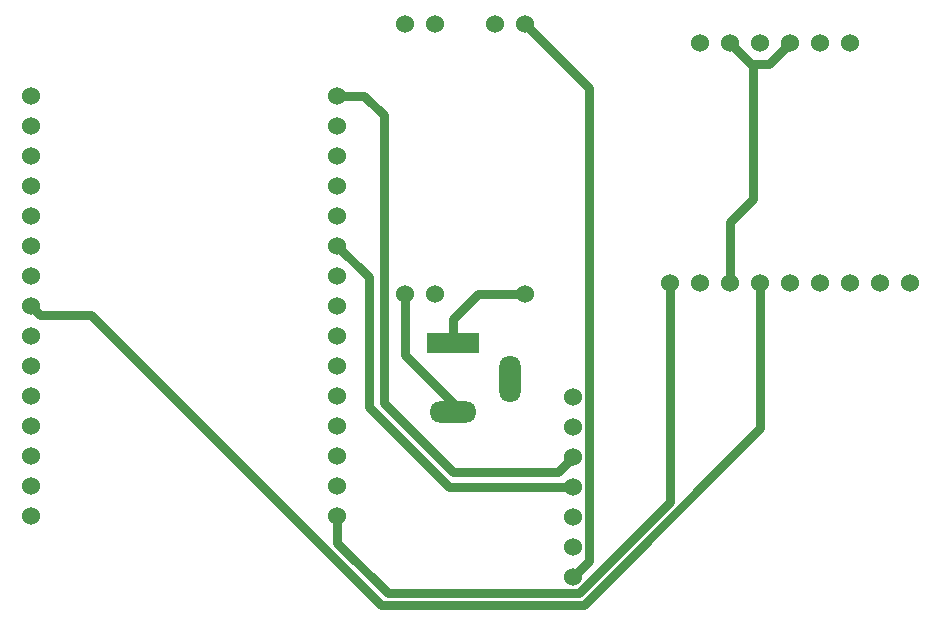
<source format=gbr>
G04 #@! TF.GenerationSoftware,KiCad,Pcbnew,5.1.5-52549c5~86~ubuntu19.04.1*
G04 #@! TF.CreationDate,2020-05-13T19:24:15+10:00*
G04 #@! TF.ProjectId,saab_bluetooth_aux_kit,73616162-5f62-46c7-9565-746f6f74685f,rev?*
G04 #@! TF.SameCoordinates,Original*
G04 #@! TF.FileFunction,Copper,L2,Bot*
G04 #@! TF.FilePolarity,Positive*
%FSLAX46Y46*%
G04 Gerber Fmt 4.6, Leading zero omitted, Abs format (unit mm)*
G04 Created by KiCad (PCBNEW 5.1.5-52549c5~86~ubuntu19.04.1) date 2020-05-13 19:24:15*
%MOMM*%
%LPD*%
G04 APERTURE LIST*
%ADD10R,4.400000X1.800000*%
%ADD11O,4.000000X1.800000*%
%ADD12O,1.800000X4.000000*%
%ADD13C,1.524000*%
%ADD14C,0.750000*%
G04 APERTURE END LIST*
D10*
X133350000Y-104140000D03*
D11*
X133350000Y-109940000D03*
D12*
X138150000Y-107140000D03*
D13*
X143510000Y-123952000D03*
X143510000Y-121412000D03*
X143510000Y-118872000D03*
X143510000Y-116332000D03*
X143510000Y-113792000D03*
X143510000Y-111252000D03*
X143510000Y-108712000D03*
X172085000Y-99060000D03*
X169545000Y-99060000D03*
X167005000Y-99060000D03*
X164465000Y-99060000D03*
X161925000Y-99060000D03*
X159385000Y-99060000D03*
X156845000Y-99060000D03*
X151765000Y-99060000D03*
X154305000Y-99060000D03*
X167005000Y-78740000D03*
X164465000Y-78740000D03*
X161925000Y-78740000D03*
X159385000Y-78740000D03*
X156845000Y-78740000D03*
X154305000Y-78740000D03*
X97663000Y-95885000D03*
X123571000Y-118745000D03*
X123571000Y-116205000D03*
X123571000Y-113665000D03*
X123571000Y-111125000D03*
X123571000Y-108585000D03*
X123571000Y-106045000D03*
X123571000Y-103505000D03*
X123571000Y-100965000D03*
X123571000Y-98425000D03*
X123571000Y-95885000D03*
X123571000Y-93345000D03*
X123571000Y-90805000D03*
X123571000Y-88265000D03*
X123571000Y-85725000D03*
X123571000Y-83185000D03*
X97663000Y-118745000D03*
X97663000Y-116205000D03*
X97663000Y-113665000D03*
X97663000Y-111125000D03*
X97663000Y-108585000D03*
X97663000Y-106045000D03*
X97663000Y-103505000D03*
X97663000Y-100965000D03*
X97663000Y-98425000D03*
X97663000Y-93345000D03*
X97663000Y-90805000D03*
X97663000Y-88265000D03*
X97663000Y-85725000D03*
X97663000Y-83185000D03*
X131826000Y-77089000D03*
X129286000Y-77089000D03*
X136906000Y-77089000D03*
X139446000Y-77089000D03*
X129286000Y-99949000D03*
X131826000Y-99949000D03*
X139446000Y-99949000D03*
D14*
X156845000Y-78740000D02*
X158623000Y-80518000D01*
X160147000Y-80518000D02*
X161925000Y-78740000D01*
X158623000Y-80518000D02*
X160147000Y-80518000D01*
X156845000Y-78740000D02*
X158750000Y-80645000D01*
X156845000Y-93856900D02*
X156845000Y-99060000D01*
X158750000Y-91951900D02*
X156845000Y-93856900D01*
X158750000Y-80645000D02*
X158750000Y-91951900D01*
X139446000Y-77089000D02*
X144873700Y-82516700D01*
X144873700Y-82516700D02*
X144873700Y-122588300D01*
X144873700Y-122588300D02*
X143510000Y-123952000D01*
X123571000Y-121031000D02*
X123571000Y-118745000D01*
X127861000Y-125321000D02*
X123571000Y-121031000D01*
X151765000Y-117598000D02*
X144042000Y-125321000D01*
X151765000Y-99060000D02*
X151765000Y-117598000D01*
X144042000Y-125321000D02*
X127861000Y-125321000D01*
X133022482Y-116332000D02*
X142432370Y-116332000D01*
X126238000Y-109547518D02*
X133022482Y-116332000D01*
X142432370Y-116332000D02*
X143510000Y-116332000D01*
X123571000Y-95885000D02*
X126238000Y-98552000D01*
X126238000Y-98552000D02*
X126238000Y-109547518D01*
X125857000Y-83185000D02*
X127508000Y-84836000D01*
X123571000Y-83185000D02*
X125857000Y-83185000D01*
X127508000Y-84836000D02*
X127508000Y-109220000D01*
X142240000Y-115062000D02*
X143510000Y-113792000D01*
X127508000Y-109220000D02*
X133350000Y-115062000D01*
X133350000Y-115062000D02*
X142240000Y-115062000D01*
X98424999Y-101726999D02*
X97663000Y-100965000D01*
X159385000Y-111347800D02*
X144457900Y-126274900D01*
X159385000Y-99060000D02*
X159385000Y-111347800D01*
X127290900Y-126274900D02*
X102742999Y-101726999D01*
X144457900Y-126274900D02*
X127290900Y-126274900D01*
X102742999Y-101726999D02*
X98424999Y-101726999D01*
X133350000Y-102108000D02*
X133350000Y-104140000D01*
X139446000Y-99949000D02*
X135509000Y-99949000D01*
X135509000Y-99949000D02*
X133350000Y-102108000D01*
X133350000Y-109220000D02*
X133350000Y-109940000D01*
X129286000Y-99949000D02*
X129286000Y-105156000D01*
X129286000Y-105156000D02*
X133350000Y-109220000D01*
M02*

</source>
